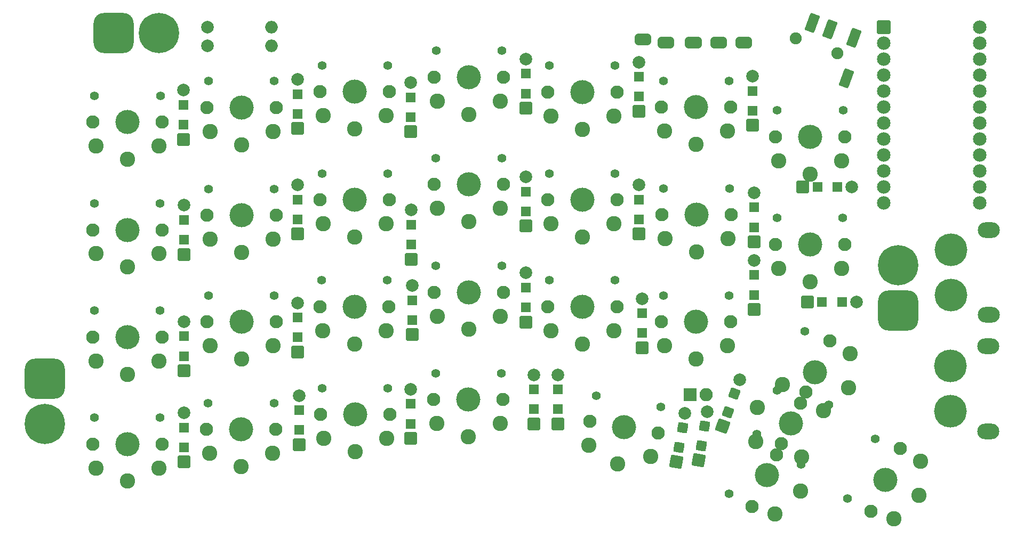
<source format=gbr>
%TF.GenerationSoftware,KiCad,Pcbnew,(6.0.4)*%
%TF.CreationDate,2022-04-18T00:49:10+02:00*%
%TF.ProjectId,ErgoTravel,4572676f-5472-4617-9665-6c2e6b696361,rev?*%
%TF.SameCoordinates,Original*%
%TF.FileFunction,Soldermask,Top*%
%TF.FilePolarity,Negative*%
%FSLAX46Y46*%
G04 Gerber Fmt 4.6, Leading zero omitted, Abs format (unit mm)*
G04 Created by KiCad (PCBNEW (6.0.4)) date 2022-04-18 00:49:10*
%MOMM*%
%LPD*%
G01*
G04 APERTURE LIST*
G04 Aperture macros list*
%AMRoundRect*
0 Rectangle with rounded corners*
0 $1 Rounding radius*
0 $2 $3 $4 $5 $6 $7 $8 $9 X,Y pos of 4 corners*
0 Add a 4 corners polygon primitive as box body*
4,1,4,$2,$3,$4,$5,$6,$7,$8,$9,$2,$3,0*
0 Add four circle primitives for the rounded corners*
1,1,$1+$1,$2,$3*
1,1,$1+$1,$4,$5*
1,1,$1+$1,$6,$7*
1,1,$1+$1,$8,$9*
0 Add four rect primitives between the rounded corners*
20,1,$1+$1,$2,$3,$4,$5,0*
20,1,$1+$1,$4,$5,$6,$7,0*
20,1,$1+$1,$6,$7,$8,$9,0*
20,1,$1+$1,$8,$9,$2,$3,0*%
%AMFreePoly0*
4,1,41,0.586777,0.930194,0.656366,0.874698,0.694986,0.794504,0.700000,0.750000,0.700000,-0.750000,0.680194,-0.836777,0.624698,-0.906366,0.544504,-0.944986,0.500000,-0.950000,0.000000,-0.950000,-0.023504,-0.944635,-0.083606,-0.943534,-0.139582,-0.934468,-0.274897,-0.892193,-0.326080,-0.867780,-0.444090,-0.789225,-0.486362,-0.751429,-0.577582,-0.642910,-0.607548,-0.594768,-0.664643,-0.465009,
-0.679893,-0.410393,-0.697476,-0.275933,-0.697084,-0.275882,-0.700000,-0.250000,-0.700000,0.250000,-0.697921,0.259109,-0.697582,0.286880,-0.675771,0.426957,-0.659192,0.481183,-0.598944,0.609508,-0.567811,0.656904,-0.473967,0.763162,-0.430783,0.799915,-0.310888,0.875563,-0.259125,0.898717,-0.122818,0.937674,-0.066635,0.945370,-0.042411,0.945222,0.000000,0.950000,0.500000,0.950000,
0.586777,0.930194,0.586777,0.930194,$1*%
%AMFreePoly1*
4,1,41,0.022678,0.944824,0.075125,0.944504,0.131210,0.936123,0.267031,0.895504,0.318507,0.871718,0.437469,0.794611,0.480202,0.757333,0.572740,0.649936,0.603290,0.602165,0.661967,0.473113,0.677883,0.418686,0.697980,0.278353,0.700000,0.250000,0.700000,-0.250000,0.699985,-0.252439,0.699836,-0.264655,0.697079,-0.295398,0.673559,-0.435199,0.656318,-0.489221,0.594506,-0.616800,
0.562797,-0.663810,0.467662,-0.768914,0.424032,-0.805137,0.303222,-0.879314,0.251181,-0.901834,0.114408,-0.939123,0.058135,-0.946132,0.037663,-0.945757,0.000000,-0.950000,-0.500000,-0.950000,-0.586777,-0.930194,-0.656366,-0.874698,-0.694986,-0.794504,-0.700000,-0.750000,-0.700000,0.750000,-0.680194,0.836777,-0.624698,0.906366,-0.544504,0.944986,-0.500000,0.950000,0.000000,0.950000,
0.022678,0.944824,0.022678,0.944824,$1*%
G04 Aperture macros list end*
%ADD10RoundRect,0.200000X0.600000X-0.600000X0.600000X0.600000X-0.600000X0.600000X-0.600000X-0.600000X0*%
%ADD11RoundRect,0.200000X0.800000X-0.800000X0.800000X0.800000X-0.800000X0.800000X-0.800000X-0.800000X0*%
%ADD12C,2.000000*%
%ADD13RoundRect,0.200000X0.648928X-0.926765X0.926765X0.648928X-0.648928X0.926765X-0.926765X-0.648928X0*%
%ADD14RoundRect,0.200000X0.486696X-0.695074X0.695074X0.486696X-0.486696X0.695074X-0.695074X-0.486696X0*%
%ADD15RoundRect,0.200000X-0.800000X-0.800000X0.800000X-0.800000X0.800000X0.800000X-0.800000X0.800000X0*%
%ADD16RoundRect,0.200000X-0.600000X-0.600000X0.600000X-0.600000X0.600000X0.600000X-0.600000X0.600000X0*%
%ADD17RoundRect,0.200000X0.478138X-1.025370X1.025370X0.478138X-0.478138X1.025370X-1.025370X-0.478138X0*%
%ADD18RoundRect,0.200000X0.358603X-0.769028X0.769028X0.358603X-0.358603X0.769028X-0.769028X-0.358603X0*%
%ADD19C,1.900000*%
%ADD20RoundRect,0.200000X-0.991341X-0.969404X0.136290X-1.379828X0.991341X0.969404X-0.136290X1.379828X0*%
%ADD21RoundRect,0.200000X-0.876300X0.876300X-0.876300X-0.876300X0.876300X-0.876300X0.876300X0.876300X0*%
%ADD22C,2.152600*%
%ADD23O,2.000000X2.000000*%
%ADD24FreePoly0,0.000000*%
%ADD25FreePoly1,0.000000*%
%ADD26RoundRect,0.200000X0.850000X-0.850000X0.850000X0.850000X-0.850000X0.850000X-0.850000X-0.850000X0*%
%ADD27O,2.100000X2.100000*%
%ADD28C,2.101800*%
%ADD29C,1.390600*%
%ADD30C,3.829000*%
%ADD31C,2.432000*%
%ADD32RoundRect,1.700000X-1.500000X-1.500000X1.500000X-1.500000X1.500000X1.500000X-1.500000X1.500000X0*%
%ADD33C,6.400000*%
%ADD34RoundRect,1.700000X-1.500000X1.500000X-1.500000X-1.500000X1.500000X-1.500000X1.500000X1.500000X0*%
%ADD35O,3.500000X2.500000*%
%ADD36C,1.000000*%
%ADD37C,5.200000*%
%ADD38RoundRect,1.700000X1.500000X-1.500000X1.500000X1.500000X-1.500000X1.500000X-1.500000X-1.500000X0*%
G04 APERTURE END LIST*
D10*
X97345000Y-66345000D03*
D11*
X97345000Y-68670000D03*
D12*
X97345000Y-60870000D03*
D10*
X97345000Y-63195000D03*
X97424884Y-84630510D03*
D11*
X97424884Y-86955510D03*
D12*
X97424884Y-79155510D03*
D10*
X97424884Y-81480510D03*
D11*
X97424884Y-105455510D03*
D10*
X97424884Y-103130510D03*
X97424884Y-99980510D03*
D12*
X97424884Y-97655510D03*
D11*
X97424884Y-119955510D03*
D10*
X97424884Y-117630510D03*
D12*
X97424884Y-112155510D03*
D10*
X97424884Y-114480510D03*
D11*
X115424884Y-66955510D03*
D10*
X115424884Y-64630510D03*
D12*
X115424884Y-59155510D03*
D10*
X115424884Y-61480510D03*
D11*
X115424884Y-83705510D03*
D10*
X115424884Y-81380510D03*
D12*
X115424884Y-75905510D03*
D10*
X115424884Y-78230510D03*
D11*
X115424884Y-102455510D03*
D10*
X115424884Y-100130510D03*
X115424884Y-96980510D03*
D12*
X115424884Y-94655510D03*
D11*
X115674884Y-117205510D03*
D10*
X115674884Y-114880510D03*
D12*
X115674884Y-109405510D03*
D10*
X115674884Y-111730510D03*
D11*
X133424884Y-67455510D03*
D10*
X133424884Y-65130510D03*
D12*
X133424884Y-59655510D03*
D10*
X133424884Y-61980510D03*
X133445000Y-85395000D03*
D11*
X133445000Y-87720000D03*
D12*
X133445000Y-79920000D03*
D10*
X133445000Y-82245000D03*
X133674884Y-97380510D03*
D11*
X133674884Y-99705510D03*
D10*
X133674884Y-94230510D03*
D12*
X133674884Y-91905510D03*
D11*
X133424884Y-116205510D03*
D10*
X133424884Y-113880510D03*
D12*
X133424884Y-108405510D03*
D10*
X133424884Y-110730510D03*
X151674884Y-61382198D03*
D11*
X151674884Y-63707198D03*
D10*
X151674884Y-58232198D03*
D12*
X151674884Y-55907198D03*
D10*
X151674884Y-80130510D03*
D11*
X151674884Y-82455510D03*
D10*
X151674884Y-76980510D03*
D12*
X151674884Y-74655510D03*
D11*
X151674884Y-97705510D03*
D10*
X151674884Y-95380510D03*
X151674884Y-92230510D03*
D12*
X151674884Y-89905510D03*
D11*
X152967978Y-113882199D03*
D10*
X152967978Y-111557199D03*
X152967978Y-108407199D03*
D12*
X152967978Y-106082199D03*
D10*
X169674884Y-61880510D03*
D11*
X169674884Y-64205510D03*
D10*
X169674884Y-58730510D03*
D12*
X169674884Y-56405510D03*
D10*
X169674884Y-81380510D03*
D11*
X169674884Y-83705510D03*
D12*
X169674884Y-75905510D03*
D10*
X169674884Y-78230510D03*
D11*
X170180000Y-101780000D03*
D10*
X170180000Y-99455000D03*
D12*
X170180000Y-93980000D03*
D10*
X170180000Y-96305000D03*
D13*
X175600750Y-119897948D03*
D14*
X176004482Y-117608270D03*
D12*
X176955206Y-112216448D03*
D14*
X176551474Y-114506126D03*
D10*
X187674884Y-64130510D03*
D11*
X187674884Y-66455510D03*
D12*
X187674884Y-58655510D03*
D10*
X187674884Y-60980510D03*
D11*
X187924884Y-84955510D03*
D10*
X187924884Y-82630510D03*
D12*
X187924884Y-77155510D03*
D10*
X187924884Y-79480510D03*
X187924884Y-93382198D03*
D11*
X187924884Y-95707198D03*
D10*
X187924884Y-90232198D03*
D12*
X187924884Y-87907198D03*
D14*
X179504482Y-117358270D03*
D13*
X179100750Y-119647948D03*
D14*
X180051474Y-114256126D03*
D12*
X180455206Y-111966448D03*
D15*
X195650000Y-76200000D03*
D16*
X197975000Y-76200000D03*
X201125000Y-76200000D03*
D12*
X203450000Y-76200000D03*
D15*
X196377978Y-94557198D03*
D16*
X198702978Y-94557198D03*
D12*
X204177978Y-94557198D03*
D16*
X201852978Y-94557198D03*
D17*
X182944099Y-114221999D03*
D18*
X183739296Y-112037214D03*
X184816660Y-109077182D03*
D12*
X185611857Y-106892397D03*
D19*
X194540739Y-52628937D03*
X201118587Y-55023078D03*
D20*
X203733661Y-52516309D03*
X199974890Y-51148228D03*
X197155812Y-50122168D03*
X202544192Y-59000533D03*
D21*
X208537978Y-50861198D03*
D22*
X208537978Y-53401198D03*
X208537978Y-55941198D03*
X208537978Y-58481198D03*
X208537978Y-61021198D03*
X208537978Y-63561198D03*
X208537978Y-66101198D03*
X208537978Y-68641198D03*
X208537978Y-71181198D03*
X208537978Y-73721198D03*
X208537978Y-76261198D03*
X208537978Y-78801198D03*
X223777978Y-50861198D03*
X223777978Y-53401198D03*
X223777978Y-55941198D03*
X223777978Y-58481198D03*
X223777978Y-61021198D03*
X223777978Y-63561198D03*
X223777978Y-66101198D03*
X223777978Y-68641198D03*
X223777978Y-71181198D03*
X223777978Y-73721198D03*
X223777978Y-76261198D03*
X223777978Y-78801198D03*
D12*
X101177978Y-53807198D03*
D23*
X111337978Y-53807198D03*
D12*
X101177978Y-50807198D03*
D23*
X111337978Y-50807198D03*
D24*
X169627978Y-52807198D03*
D25*
X170927978Y-52807198D03*
D10*
X156777978Y-111582198D03*
D11*
X156777978Y-113907198D03*
D10*
X156777978Y-108432198D03*
D12*
X156777978Y-106107198D03*
D26*
X177800000Y-109220000D03*
D27*
X180340000Y-109220000D03*
D28*
X82944288Y-65937314D03*
X93944288Y-65937314D03*
D29*
X93664288Y-61737314D03*
D30*
X88444288Y-65937314D03*
D29*
X83224288Y-61737314D03*
D31*
X88444288Y-71837314D03*
X83444288Y-69737314D03*
X93444288Y-69737314D03*
D28*
X82924884Y-83055510D03*
D29*
X93644884Y-78855510D03*
D30*
X88424884Y-83055510D03*
D29*
X83204884Y-78855510D03*
D28*
X93924884Y-83055510D03*
D31*
X88424884Y-88955510D03*
X93424884Y-86855510D03*
X83424884Y-86855510D03*
D29*
X93644884Y-95915332D03*
X83204884Y-95915332D03*
D30*
X88424884Y-100115332D03*
D28*
X93924884Y-100115332D03*
X82924884Y-100115332D03*
D31*
X88424884Y-106015332D03*
X83424884Y-103915332D03*
X93424884Y-103915332D03*
D29*
X93644884Y-112914736D03*
D30*
X88424884Y-117114736D03*
D28*
X93924884Y-117114736D03*
X82924884Y-117114736D03*
D29*
X83204884Y-112914736D03*
D31*
X88424884Y-123014736D03*
X83424884Y-120914736D03*
X93424884Y-120914736D03*
D28*
X101036582Y-63615332D03*
D29*
X101316582Y-59415332D03*
D28*
X112036582Y-63615332D03*
D30*
X106536582Y-63615332D03*
D29*
X111756582Y-59415332D03*
D31*
X106536582Y-69515332D03*
X101536582Y-67415332D03*
X111536582Y-67415332D03*
D30*
X106536582Y-80733528D03*
D29*
X101316582Y-76533528D03*
D28*
X112036582Y-80733528D03*
X101036582Y-80733528D03*
D29*
X111756582Y-76533528D03*
D31*
X106536582Y-86633528D03*
X111536582Y-84533528D03*
X101536582Y-84533528D03*
D28*
X101036582Y-97674274D03*
D29*
X101316582Y-93474274D03*
D28*
X112036582Y-97674274D03*
D30*
X106536582Y-97674274D03*
D29*
X111756582Y-93474274D03*
D31*
X106536582Y-103574274D03*
X111536582Y-101474274D03*
X101536582Y-101474274D03*
D29*
X101257044Y-110592754D03*
D28*
X100977044Y-114792754D03*
D29*
X111697044Y-110592754D03*
D28*
X111977044Y-114792754D03*
D30*
X106477044Y-114792754D03*
D31*
X106477044Y-120692754D03*
X101477044Y-118592754D03*
X111477044Y-118592754D03*
D30*
X124529204Y-61114736D03*
D28*
X130029204Y-61114736D03*
X119029204Y-61114736D03*
D29*
X119309204Y-56914736D03*
X129749204Y-56914736D03*
D31*
X124529204Y-67014736D03*
X129529204Y-64914736D03*
X119529204Y-64914736D03*
D28*
X130029204Y-78292470D03*
D30*
X124529204Y-78292470D03*
D29*
X129749204Y-74092470D03*
X119309204Y-74092470D03*
D28*
X119029204Y-78292470D03*
D31*
X124529204Y-84192470D03*
X129529204Y-82092470D03*
X119529204Y-82092470D03*
D30*
X124469666Y-95292754D03*
D29*
X129689666Y-91092754D03*
X119249666Y-91092754D03*
D28*
X118969666Y-95292754D03*
X129969666Y-95292754D03*
D31*
X124469666Y-101192754D03*
X119469666Y-99092754D03*
X129469666Y-99092754D03*
D29*
X119349472Y-108211234D03*
D28*
X119069472Y-112411234D03*
X130069472Y-112411234D03*
D29*
X129789472Y-108211234D03*
D30*
X124569472Y-112411234D03*
D31*
X124569472Y-118311234D03*
X129569472Y-116211234D03*
X119569472Y-116211234D03*
D28*
X148160172Y-58792754D03*
X137160172Y-58792754D03*
D29*
X137440172Y-54592754D03*
X147880172Y-54592754D03*
D30*
X142660172Y-58792754D03*
D31*
X142660172Y-64692754D03*
X137660172Y-62592754D03*
X147660172Y-62592754D03*
D28*
X137121632Y-75851412D03*
D30*
X142621632Y-75851412D03*
D28*
X148121632Y-75851412D03*
D29*
X147841632Y-71651412D03*
X137401632Y-71651412D03*
D31*
X142621632Y-81751412D03*
X147621632Y-79651412D03*
X137621632Y-79651412D03*
D29*
X147860902Y-88770772D03*
X137420902Y-88770772D03*
D28*
X148140902Y-92970772D03*
D30*
X142640902Y-92970772D03*
D28*
X137140902Y-92970772D03*
D31*
X142640902Y-98870772D03*
X147640902Y-96770772D03*
X137640902Y-96770772D03*
D28*
X148081364Y-110029714D03*
D29*
X147801364Y-105829714D03*
D28*
X137081364Y-110029714D03*
D29*
X137361364Y-105829714D03*
D30*
X142581364Y-110029714D03*
D31*
X142581364Y-115929714D03*
X147581364Y-113829714D03*
X137581364Y-113829714D03*
D28*
X166133524Y-61174274D03*
D29*
X155413524Y-56974274D03*
X165853524Y-56974274D03*
D28*
X155133524Y-61174274D03*
D30*
X160633524Y-61174274D03*
D31*
X160633524Y-67074274D03*
X155633524Y-64974274D03*
X165633524Y-64974274D03*
D30*
X160633524Y-78292470D03*
D29*
X155413524Y-74092470D03*
X165853524Y-74092470D03*
D28*
X155133524Y-78292470D03*
X166133524Y-78292470D03*
D31*
X160633524Y-84192470D03*
X165633524Y-82092470D03*
X155633524Y-82092470D03*
D29*
X165853524Y-91092754D03*
X155413524Y-91092754D03*
D30*
X160633524Y-95292754D03*
D28*
X166133524Y-95292754D03*
X155133524Y-95292754D03*
D31*
X160633524Y-101192754D03*
X165633524Y-99092754D03*
X155633524Y-99092754D03*
D28*
X161825799Y-113480461D03*
X172658685Y-115390591D03*
D30*
X167242242Y-114435526D03*
D29*
X173112261Y-111205777D03*
X162830868Y-109392890D03*
D31*
X166217718Y-120245892D03*
X161658340Y-117309555D03*
X171506418Y-119046036D03*
D30*
X178718440Y-63555794D03*
D28*
X173218440Y-63555794D03*
X184218440Y-63555794D03*
D29*
X173498440Y-59355794D03*
X183938440Y-59355794D03*
D31*
X178718440Y-69455794D03*
X173718440Y-67355794D03*
X183718440Y-67355794D03*
D30*
X178777978Y-80673990D03*
D28*
X173277978Y-80673990D03*
D29*
X183997978Y-76473990D03*
X173557978Y-76473990D03*
D28*
X184277978Y-80673990D03*
D31*
X178777978Y-86573990D03*
X183777978Y-84473990D03*
X173777978Y-84473990D03*
D28*
X184218440Y-97674274D03*
D29*
X183938440Y-93474274D03*
D28*
X173218440Y-97674274D03*
D30*
X178718440Y-97674274D03*
D29*
X173498440Y-93474274D03*
D31*
X178718440Y-103574274D03*
X183718440Y-101474274D03*
X173718440Y-101474274D03*
D29*
X188321953Y-115551352D03*
D30*
X189922378Y-122057275D03*
D29*
X183909818Y-125013205D03*
D28*
X187597978Y-127041968D03*
X192246778Y-117072582D03*
D31*
X195269594Y-124550723D03*
X191253256Y-128194763D03*
X195479439Y-119131685D03*
D30*
X196818112Y-68286256D03*
D28*
X191318112Y-68286256D03*
D29*
X191598112Y-64086256D03*
D28*
X202318112Y-68286256D03*
D29*
X202038112Y-64086256D03*
D31*
X196818112Y-74186256D03*
X191818112Y-72086256D03*
X201818112Y-72086256D03*
D29*
X201997978Y-81177492D03*
X191557978Y-81177492D03*
D30*
X196777978Y-85377492D03*
D28*
X202277978Y-85377492D03*
X191277978Y-85377492D03*
D31*
X196777978Y-91277492D03*
X191777978Y-89177492D03*
X201777978Y-89177492D03*
D28*
X195260870Y-110643511D03*
X199909670Y-100674125D03*
D30*
X197585270Y-105658818D03*
D29*
X191572710Y-108614748D03*
X195984845Y-99152895D03*
D31*
X202932486Y-108152266D03*
X198916148Y-111796306D03*
X203142331Y-102733228D03*
D24*
X173277978Y-53307198D03*
D25*
X174577978Y-53307198D03*
D32*
X86277978Y-51807198D03*
D33*
X93477978Y-51807198D03*
D34*
X75277978Y-106707198D03*
D33*
X75277978Y-113907198D03*
D24*
X177627978Y-53307198D03*
D25*
X178927978Y-53307198D03*
D35*
X225077978Y-101557198D03*
X225077978Y-115057198D03*
D36*
X217733978Y-110564198D03*
D37*
X219077978Y-111907198D03*
D36*
X220421978Y-113251198D03*
X217733978Y-113251198D03*
X217177978Y-111907198D03*
X219077978Y-110007198D03*
X220421978Y-110564198D03*
X220977978Y-111907198D03*
X219077978Y-113807198D03*
X217733978Y-103363198D03*
X220421978Y-103363198D03*
X220421978Y-106050198D03*
X217177978Y-104707198D03*
X217733978Y-106050198D03*
X220977978Y-104707198D03*
X219077978Y-102807198D03*
D37*
X219077978Y-104707198D03*
D36*
X219077978Y-106607198D03*
D35*
X225177978Y-83057198D03*
X225177978Y-96557198D03*
D36*
X219177978Y-91507198D03*
X217833978Y-94751198D03*
D37*
X219177978Y-93407198D03*
D36*
X220521978Y-92064198D03*
X219177978Y-95307198D03*
X221077978Y-93407198D03*
X220521978Y-94751198D03*
X217277978Y-93407198D03*
X217833978Y-92064198D03*
X217277978Y-86207198D03*
X217833978Y-87550198D03*
D37*
X219177978Y-86207198D03*
D36*
X219177978Y-84307198D03*
X220521978Y-87550198D03*
X219177978Y-88107198D03*
X220521978Y-84863198D03*
X217833978Y-84863198D03*
X221077978Y-86207198D03*
D28*
X196102378Y-108822505D03*
X191453578Y-118791891D03*
D30*
X193777978Y-113807198D03*
D29*
X195378403Y-120313121D03*
X199790538Y-110851268D03*
D31*
X188430762Y-111313750D03*
X188220917Y-116732788D03*
X192447100Y-107669710D03*
D24*
X181627978Y-53307198D03*
D25*
X182927978Y-53307198D03*
D28*
X206453578Y-127791891D03*
D29*
X207177553Y-116301275D03*
D30*
X208777978Y-122807198D03*
D29*
X202765418Y-125763128D03*
D28*
X211102378Y-117822505D03*
D31*
X214125194Y-125300646D03*
X210108856Y-128944686D03*
X214335039Y-119881608D03*
D24*
X185627978Y-53307198D03*
D25*
X186927978Y-53307198D03*
D38*
X210777978Y-95907198D03*
D33*
X210777978Y-88707198D03*
D19*
X201118587Y-55023078D03*
X194540739Y-52628937D03*
M02*

</source>
